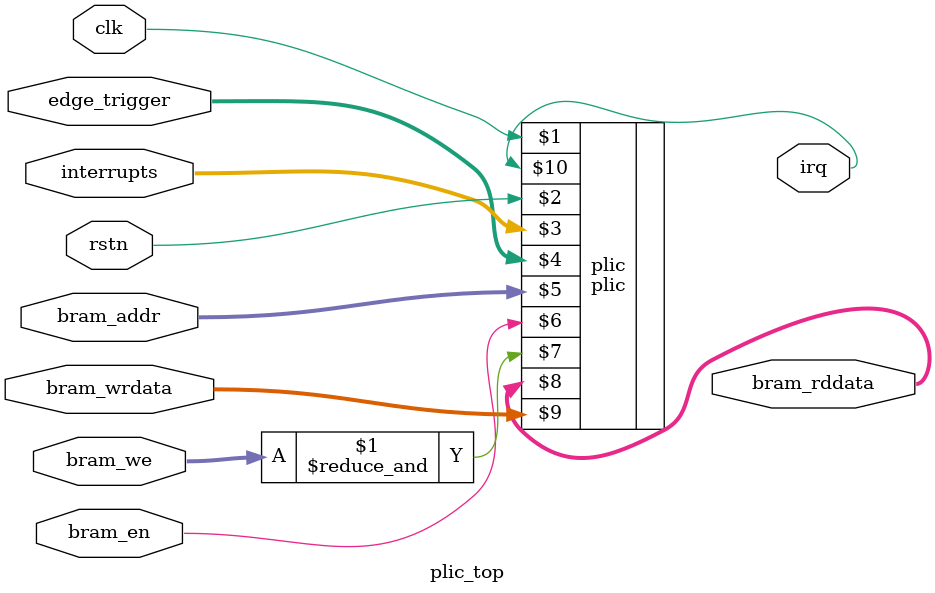
<source format=v>
module plic_top #(
    // Currently can only be 1.
    parameter NUM_CONTEXTS = 1,
    // Currently can only be 32.
    parameter NUM_IRQS = 32
) (
    input wire clk,
    input wire rstn,

    // Interrupt sources. Bit 0 is ignored.
    input wire [NUM_IRQS-1:0] interrupts,

    // Whether each interrupt should be level triggered or edge triggered
    input wire [NUM_IRQS-1:0] edge_trigger,

    // We expose the control as a 4MiB BRAM.
    (* X_INTERFACE_PARAMETER = "XIL_INTERFACENAME BRAM, MASTER_TYPE BRAM_CTRL, MEM_SIZE 4194304, MEM_WIDTH 32, MEM_ECC NONE, READ_WRITE_MODE READ_WRITE, READ_LATENCY 1" *)
    (* X_INTERFACE_INFO = "xilinx.com:interface:bram:1.0 BRAM ADDR" *)
    input  wire [21:0] bram_addr,
    (* X_INTERFACE_INFO = "xilinx.com:interface:bram:1.0 BRAM EN" *)
    input  wire        bram_en,
    (* X_INTERFACE_INFO = "xilinx.com:interface:bram:1.0 BRAM WE" *)
    input  wire [3:0]  bram_we,
    (* X_INTERFACE_INFO = "xilinx.com:interface:bram:1.0 BRAM DOUT" *)
    output wire [31:0] bram_rddata,
    (* X_INTERFACE_INFO = "xilinx.com:interface:bram:1.0 BRAM DIN" *)
    input  wire [31:0] bram_wrdata,

    // IRQ output for each context.
    output wire [NUM_CONTEXTS-1:0] irq
);

    plic #(NUM_CONTEXTS, NUM_IRQS) plic (clk, rstn, interrupts, edge_trigger, bram_addr, bram_en, &bram_we, bram_rddata, bram_wrdata, irq);

endmodule

</source>
